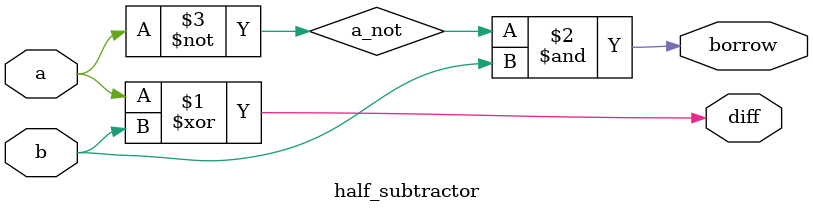
<source format=v>
module half_subtractor(diff,borrow,a,b);
    input a,b;
    output diff,borrow;
    wire a_not;
    xor x1(diff,a,b);
    not n1(a_not,a);
    and a1(borrow,a_not,b);
endmodule
</source>
